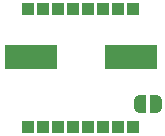
<source format=gbr>
%TF.GenerationSoftware,KiCad,Pcbnew,7.0.9-7.0.9~ubuntu22.04.1*%
%TF.CreationDate,2023-12-28T15:22:52+00:00*%
%TF.ProjectId,EMG_DAQ_ADS1293,454d475f-4441-4515-9f41-445331323933,1.0*%
%TF.SameCoordinates,Original*%
%TF.FileFunction,Soldermask,Bot*%
%TF.FilePolarity,Negative*%
%FSLAX46Y46*%
G04 Gerber Fmt 4.6, Leading zero omitted, Abs format (unit mm)*
G04 Created by KiCad (PCBNEW 7.0.9-7.0.9~ubuntu22.04.1) date 2023-12-28 15:22:52*
%MOMM*%
%LPD*%
G01*
G04 APERTURE LIST*
G04 Aperture macros list*
%AMFreePoly0*
4,1,19,0.500000,-0.750000,0.000000,-0.750000,0.000000,-0.744911,-0.071157,-0.744911,-0.207708,-0.704816,-0.327430,-0.627875,-0.420627,-0.520320,-0.479746,-0.390866,-0.500000,-0.250000,-0.500000,0.250000,-0.479746,0.390866,-0.420627,0.520320,-0.327430,0.627875,-0.207708,0.704816,-0.071157,0.744911,0.000000,0.744911,0.000000,0.750000,0.500000,0.750000,0.500000,-0.750000,0.500000,-0.750000,
$1*%
%AMFreePoly1*
4,1,19,0.000000,0.744911,0.071157,0.744911,0.207708,0.704816,0.327430,0.627875,0.420627,0.520320,0.479746,0.390866,0.500000,0.250000,0.500000,-0.250000,0.479746,-0.390866,0.420627,-0.520320,0.327430,-0.627875,0.207708,-0.704816,0.071157,-0.744911,0.000000,-0.744911,0.000000,-0.750000,-0.500000,-0.750000,-0.500000,0.750000,0.000000,0.750000,0.000000,0.744911,0.000000,0.744911,
$1*%
G04 Aperture macros list end*
%ADD10R,1.000000X1.000000*%
%ADD11FreePoly0,180.000000*%
%ADD12FreePoly1,180.000000*%
%ADD13R,4.500000X2.000000*%
G04 APERTURE END LIST*
D10*
%TO.C,J3*%
X26825000Y-40000000D03*
%TD*%
%TO.C,J1*%
X28095000Y-30000000D03*
%TD*%
%TO.C,J2*%
X25555000Y-40000000D03*
%TD*%
%TO.C,J9*%
X29365000Y-30000000D03*
%TD*%
%TO.C,J15*%
X33175000Y-40000000D03*
%TD*%
%TO.C,J7*%
X34445000Y-30000000D03*
%TD*%
%TO.C,J5*%
X29365000Y-40000000D03*
%TD*%
%TO.C,J4*%
X28095000Y-40000000D03*
%TD*%
%TO.C,J10*%
X30635000Y-30000000D03*
%TD*%
%TO.C,J14*%
X26825000Y-30000000D03*
%TD*%
%TO.C,J8*%
X31905000Y-40000000D03*
%TD*%
%TO.C,J12*%
X33175000Y-30000000D03*
%TD*%
%TO.C,J16*%
X34445000Y-40000000D03*
%TD*%
%TO.C,J6*%
X30635000Y-40000000D03*
%TD*%
%TO.C,J11*%
X31905000Y-30000000D03*
%TD*%
%TO.C,J13*%
X25555000Y-30000000D03*
%TD*%
D11*
%TO.C,JP2*%
X36350000Y-38100000D03*
D12*
X35050000Y-38100000D03*
%TD*%
D13*
%TO.C,Y1*%
X34250000Y-34100000D03*
X25750000Y-34100000D03*
%TD*%
M02*

</source>
